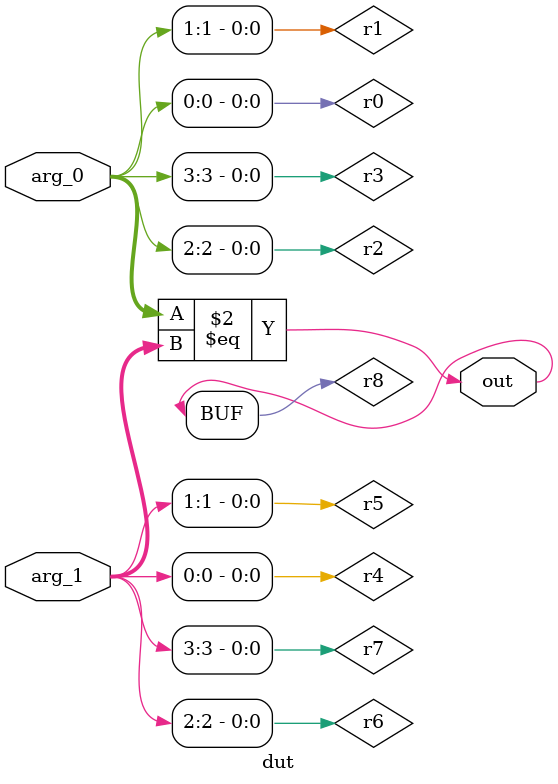
<source format=v>
module testbench();
    wire [0:0] out;
    reg [3:0] arg_0;
    reg [3:0] arg_1;
    dut t (.out(out),.arg_0(arg_0),.arg_1(arg_1));
    initial begin
        arg_0 = 4'sb0001;
        arg_1 = 4'sb0001;
        #0;
        if (1'b1 !== out) begin
            $display("ASSERTION FAILED 0x%0h !== 0x%0h CASE 0", 1'b1, out);
            $finish;
        end
        arg_0 = 4'sb0001;
        arg_1 = 4'sb0010;
        #0;
        if (1'b0 !== out) begin
            $display("ASSERTION FAILED 0x%0h !== 0x%0h CASE 1", 1'b0, out);
            $finish;
        end
        arg_0 = 4'sb0001;
        arg_1 = 4'sb0011;
        #0;
        if (1'b0 !== out) begin
            $display("ASSERTION FAILED 0x%0h !== 0x%0h CASE 2", 1'b0, out);
            $finish;
        end
        arg_0 = 4'sb0001;
        arg_1 = 4'sb1111;
        #0;
        if (1'b0 !== out) begin
            $display("ASSERTION FAILED 0x%0h !== 0x%0h CASE 3", 1'b0, out);
            $finish;
        end
        arg_0 = 4'sb0001;
        arg_1 = 4'sb1101;
        #0;
        if (1'b0 !== out) begin
            $display("ASSERTION FAILED 0x%0h !== 0x%0h CASE 4", 1'b0, out);
            $finish;
        end
        arg_0 = 4'sb0010;
        arg_1 = 4'sb0001;
        #0;
        if (1'b0 !== out) begin
            $display("ASSERTION FAILED 0x%0h !== 0x%0h CASE 5", 1'b0, out);
            $finish;
        end
        arg_0 = 4'sb0010;
        arg_1 = 4'sb0010;
        #0;
        if (1'b1 !== out) begin
            $display("ASSERTION FAILED 0x%0h !== 0x%0h CASE 6", 1'b1, out);
            $finish;
        end
        arg_0 = 4'sb0010;
        arg_1 = 4'sb0011;
        #0;
        if (1'b0 !== out) begin
            $display("ASSERTION FAILED 0x%0h !== 0x%0h CASE 7", 1'b0, out);
            $finish;
        end
        arg_0 = 4'sb0010;
        arg_1 = 4'sb1111;
        #0;
        if (1'b0 !== out) begin
            $display("ASSERTION FAILED 0x%0h !== 0x%0h CASE 8", 1'b0, out);
            $finish;
        end
        arg_0 = 4'sb0010;
        arg_1 = 4'sb1101;
        #0;
        if (1'b0 !== out) begin
            $display("ASSERTION FAILED 0x%0h !== 0x%0h CASE 9", 1'b0, out);
            $finish;
        end
        arg_0 = 4'sb0011;
        arg_1 = 4'sb0001;
        #0;
        if (1'b0 !== out) begin
            $display("ASSERTION FAILED 0x%0h !== 0x%0h CASE 10", 1'b0, out);
            $finish;
        end
        arg_0 = 4'sb0011;
        arg_1 = 4'sb0010;
        #0;
        if (1'b0 !== out) begin
            $display("ASSERTION FAILED 0x%0h !== 0x%0h CASE 11", 1'b0, out);
            $finish;
        end
        arg_0 = 4'sb0011;
        arg_1 = 4'sb0011;
        #0;
        if (1'b1 !== out) begin
            $display("ASSERTION FAILED 0x%0h !== 0x%0h CASE 12", 1'b1, out);
            $finish;
        end
        arg_0 = 4'sb0011;
        arg_1 = 4'sb1111;
        #0;
        if (1'b0 !== out) begin
            $display("ASSERTION FAILED 0x%0h !== 0x%0h CASE 13", 1'b0, out);
            $finish;
        end
        arg_0 = 4'sb0011;
        arg_1 = 4'sb1101;
        #0;
        if (1'b0 !== out) begin
            $display("ASSERTION FAILED 0x%0h !== 0x%0h CASE 14", 1'b0, out);
            $finish;
        end
        arg_0 = 4'sb1111;
        arg_1 = 4'sb0001;
        #0;
        if (1'b0 !== out) begin
            $display("ASSERTION FAILED 0x%0h !== 0x%0h CASE 15", 1'b0, out);
            $finish;
        end
        arg_0 = 4'sb1111;
        arg_1 = 4'sb0010;
        #0;
        if (1'b0 !== out) begin
            $display("ASSERTION FAILED 0x%0h !== 0x%0h CASE 16", 1'b0, out);
            $finish;
        end
        arg_0 = 4'sb1111;
        arg_1 = 4'sb0011;
        #0;
        if (1'b0 !== out) begin
            $display("ASSERTION FAILED 0x%0h !== 0x%0h CASE 17", 1'b0, out);
            $finish;
        end
        arg_0 = 4'sb1111;
        arg_1 = 4'sb1111;
        #0;
        if (1'b1 !== out) begin
            $display("ASSERTION FAILED 0x%0h !== 0x%0h CASE 18", 1'b1, out);
            $finish;
        end
        arg_0 = 4'sb1111;
        arg_1 = 4'sb1101;
        #0;
        if (1'b0 !== out) begin
            $display("ASSERTION FAILED 0x%0h !== 0x%0h CASE 19", 1'b0, out);
            $finish;
        end
        arg_0 = 4'sb1101;
        arg_1 = 4'sb0001;
        #0;
        if (1'b0 !== out) begin
            $display("ASSERTION FAILED 0x%0h !== 0x%0h CASE 20", 1'b0, out);
            $finish;
        end
        arg_0 = 4'sb1101;
        arg_1 = 4'sb0010;
        #0;
        if (1'b0 !== out) begin
            $display("ASSERTION FAILED 0x%0h !== 0x%0h CASE 21", 1'b0, out);
            $finish;
        end
        arg_0 = 4'sb1101;
        arg_1 = 4'sb0011;
        #0;
        if (1'b0 !== out) begin
            $display("ASSERTION FAILED 0x%0h !== 0x%0h CASE 22", 1'b0, out);
            $finish;
        end
        arg_0 = 4'sb1101;
        arg_1 = 4'sb1111;
        #0;
        if (1'b0 !== out) begin
            $display("ASSERTION FAILED 0x%0h !== 0x%0h CASE 23", 1'b0, out);
            $finish;
        end
        arg_0 = 4'sb1101;
        arg_1 = 4'sb1101;
        #0;
        if (1'b1 !== out) begin
            $display("ASSERTION FAILED 0x%0h !== 0x%0h CASE 24", 1'b1, out);
            $finish;
        end
        $display("TESTBENCH OK", );
        $finish;
    end
endmodule
//
module dut(input wire [3:0] arg_0, input wire [3:0] arg_1, output reg [0:0] out);
    reg [0:0] r0;
    reg [0:0] r1;
    reg [0:0] r2;
    reg [0:0] r3;
    reg [0:0] r4;
    reg [0:0] r5;
    reg [0:0] r6;
    reg [0:0] r7;
    reg [0:0] r8;
    always @(*) begin
        r0 = arg_0[0];
        r1 = arg_0[1];
        r2 = arg_0[2];
        r3 = arg_0[3];
        r4 = arg_1[0];
        r5 = arg_1[1];
        r6 = arg_1[2];
        r7 = arg_1[3];
        // signal(a == b)
        //
        { r8 } = $signed({ r3, r2, r1, r0 }) == $signed({ r7, r6, r5, r4 });
        out = { r8 };
    end
endmodule

</source>
